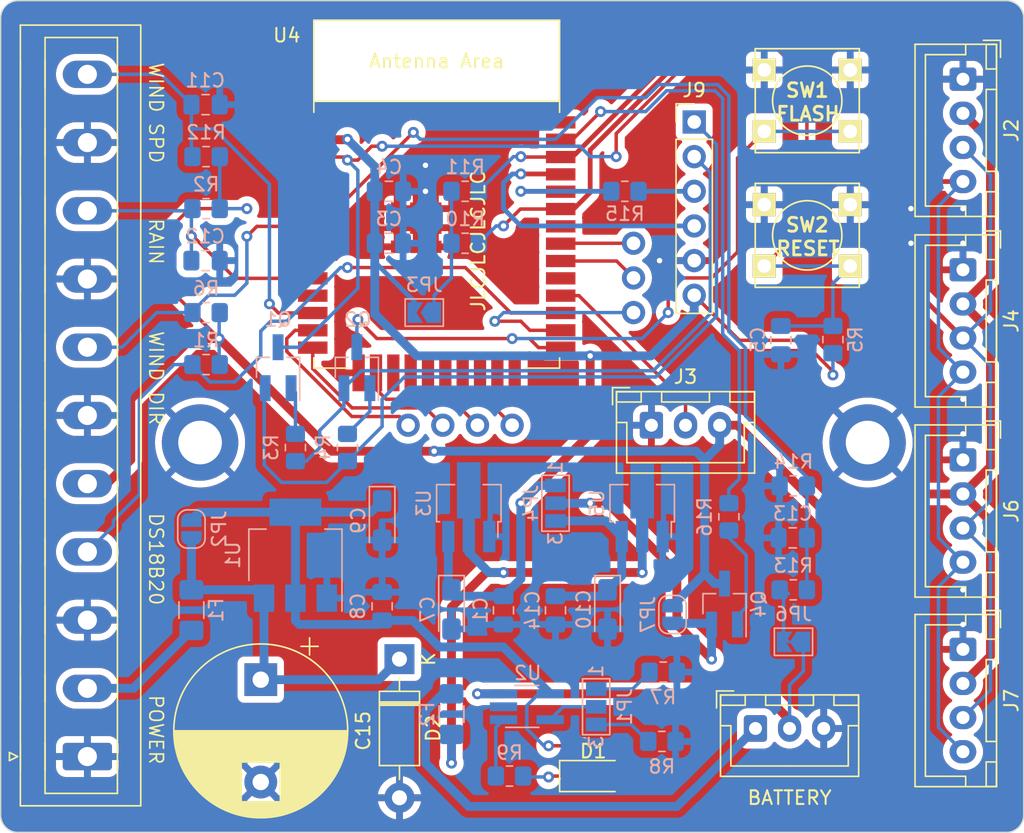
<source format=kicad_pcb>
(kicad_pcb (version 20221018) (generator pcbnew)
  (title_block (title "WeatherStation_V2") (date "2023-11-09") (rev "2.0") (company "Filada") (comment 1 "ESP32 Weather Station"))
  (layers (0 "F.Cu" signal) (31 "B.Cu" signal) (34 "B.Paste" user) (35 "F.Paste" user) (36 "B.SilkS" user "B.Silkscreen") (37 "F.SilkS" user "F.Silkscreen") (38 "B.Mask" user) (39 "F.Mask" user) (44 "Edge.Cuts" user))
  (net 0 "")
  (net 1 "+BATT")
  (net 2 "GND")
  (net 3 "+3.3V")
  (net 4 "/EN")
  (net 5 "Net-(D1-A)")
  (net 6 "VCC")
  (net 7 "/WIND_SPEED")
  (net 8 "/RAIN")
  (net 9 "/IO34")
  (net 10 "Net-(JP4-B)")
  (net 11 "Net-(D1-K)")
  (net 12 "Net-(J1-Pin_2)")
  (net 13 "/DS_DATA")
  (net 14 "/SDA")
  (net 15 "/SCL")
  (net 16 "/IO18")
  (net 17 "/IO19")
  (net 18 "/IO26")
  (net 19 "/IO32")
  (net 20 "/IO33")
  (net 21 "/DHT_DATA")
  (net 22 "/RTS")
  (net 23 "/DTR")
  (net 24 "/RX")
  (net 25 "/TX")
  (net 26 "+3V3")
  (net 27 "/WIND_DIRECTION")
  (net 28 "Net-(JP1-A)")
  (net 29 "Net-(JP1-C)")
  (net 30 "Net-(JP1-B)")
  (net 31 "Net-(JP4-C)")
  (net 32 "Net-(Q1-B)")
  (net 33 "Net-(Q2-B)")
  (net 34 "/IO0")
  (net 35 "Net-(Q4-B)")
  (net 36 "Net-(U2-~{CHRG})")
  (net 37 "Net-(U4-U0RXD{slash}GPIO3)")
  (net 38 "/SENSORS_SW")
  (net 41 "/CLK")
  (net 42 "/SDO")
  (net 43 "/SDI")
  (net 44 "/CS")
  (net 46 "/IO4")
  (net 48 "Net-(U3-VIN)")
  (net 49 "Net-(J10-Pin_1)")
  (net 50 "Net-(JP6-B)")
  (net 51 "Net-(JP3-A)")
  (footprint "Connector_JST:JST_XH_B3B-XH-A_1x03_P2.50mm_Vertical" (layer "F.Cu") (at 132.755 106.68)
    (fp_text reference "J10" hide)
    (fp_text value "BATTERY")
  )
  (footprint "Espressif:ESP32-WROOM-32E_HandSolder" (layer "F.Cu") (at 109.41 69.27)
    (fp_text reference "U4")
    (fp_text value "ESP32-WROOM-E")
  )
  (footprint "Connector_PinHeader_2.54mm:PinHeader_1x03_P2.54mm_Vertical" (layer "F.Cu") (at 123.825 76.2 180)
    (fp_text reference "GPIO1" hide)
    (fp_text value "Conn_01x03_Pin" hide)
  )
  (footprint "Connector_JST:JST_XH_B4B-XH-A_1x04_P2.50mm_Vertical" (layer "F.Cu") (at 147.955 59.095 -90)
    (fp_text reference "J2")
    (fp_text value "I2C")
  )
  (footprint "Connector_JST:JST_XH_B4B-XH-A_1x04_P2.50mm_Vertical" (layer "F.Cu") (at 147.955 73.065 -90)
    (fp_text reference "J4")
    (fp_text value "I2C")
  )
  (footprint "Diode_THT:D_DO-41_SOD81_P10.16mm_Horizontal" (layer "F.Cu") (at 106.68 101.6 -90)
    (fp_text reference "D2")
    (fp_text value "1N4001")
  )
  (footprint "ScrewTerminal_Filada:ScrewTerminal_1x11_P5.00mm_Vertical" (layer "F.Cu") (at 83.82 108.74 90)
    (fp_text reference "J1" hide)
    (fp_text value "Sensors + PWR")
  )
  (footprint "Mlab_SW:SW_PUSH_SMALL" (layer "F.Cu") (at 136.55 70.54)
    (fp_text reference "SW2")
    (fp_text value "RESET")
  )
  (footprint "MountingHole:MountingHole_3.2mm_M3_DIN965_Pad" (layer "F.Cu") (at 140.97 85.725)
    (fp_text reference "H1" hide)
    (fp_text value "MountingHole_Pad")
  )
  (footprint "Connector_JST:JST_XH_B4B-XH-A_1x04_P2.50mm_Vertical" (layer "F.Cu") (at 147.955 86.995 -90)
    (fp_text reference "J6")
    (fp_text value "I2C")
  )
  (footprint "MountingHole:MountingHole_3.2mm_M3_DIN965_Pad" (layer "F.Cu") (at 92.075 85.725)
    (fp_text reference "H2" hide)
    (fp_text value "MountingHole_Pad")
  )
  (footprint "Connector_JST:JST_XH_B3B-XH-A_1x03_P2.50mm_Vertical" (layer "F.Cu") (at 125.135 84.455)
    (fp_text reference "J3")
    (fp_text value "DHT")
  )
  (footprint "Connector_PinHeader_2.54mm:PinHeader_1x06_P2.54mm_Vertical" (layer "F.Cu") (at 128.27 62.23)
    (fp_text reference "J9")
    (fp_text value "PROG")
  )
  (footprint "LED_SMD:LED_1206_3216Metric_Pad1.42x1.75mm_HandSolder" (layer "F.Cu") (at 120.8725 110.17)
    (fp_text reference "D1")
    (fp_text value "CHARGING")
  )
  (footprint "Mlab_SW:SW_PUSH_SMALL" (layer "F.Cu") (at 136.55 60.67)
    (fp_text reference "SW1")
    (fp_text value "FLASH")
  )
  (footprint "Capacitor_THT:CP_Radial_D12.5mm_P7.50mm" (layer "F.Cu") (at 96.52 103.106041 -90)
    (fp_text reference "C15")
    (fp_text value "470uF")
  )
  (footprint "Connector_PinHeader_2.54mm:PinHeader_1x04_P2.54mm_Vertical" (layer "F.Cu") (at 114.935 84.455 -90)
    (fp_text reference "J5" hide)
    (fp_text value "GPIO2" hide)
  )
  (footprint "Connector_JST:JST_XH_B4B-XH-A_1x04_P2.50mm_Vertical" (layer "F.Cu") (at 147.955 100.885 -90)
    (fp_text reference "J7")
    (fp_text value "I2C")
  )
  (footprint "Resistor_SMD:R_0805_2012Metric_Pad1.20x1.40mm_HandSolder" (layer "B.Cu") (at 102.87 86.09 -90)
    (fp_text reference "R4")
    (fp_text value "10K")
  )
  (footprint "Resistor_SMD:R_0805_2012Metric_Pad1.20x1.40mm_HandSolder" (layer "B.Cu") (at 126 102.55)
    (fp_text reference "R7")
    (fp_text value "3K3")
  )
  (footprint "Capacitor_SMD:C_0805_2012Metric_Pad1.18x1.45mm_HandSolder" (layer "B.Cu") (at 92.4775 72.39)
    (fp_text reference "C12")
    (fp_text value "10pF")
  )
  (footprint "Resistor_SMD:R_0805_2012Metric_Pad1.20x1.40mm_HandSolder" (layer "B.Cu") (at 135.525 96.52)
    (fp_text reference "R13")
    (fp_text value "33K")
  )
  (footprint "Capacitor_Tantalum_SMD:CP_EIA-3216-18_Kemet-A_Pad1.58x1.35mm_HandSolder" (layer "B.Cu") (at 121.92 97.9575 -90)
    (fp_text reference "C10")
    (fp_text value "47uF")
  )
  (footprint "Package_TO_SOT_SMD:SOT-23_Handsoldering" (layer "B.Cu") (at 103.56 80.24 90)
    (fp_text reference "Q2")
    (fp_text value "BC817")
  )
  (footprint "Resistor_SMD:R_0805_2012Metric_Pad1.20x1.40mm_HandSolder" (layer "B.Cu") (at 138.43 78.18 90)
    (fp_text reference "R5")
    (fp_text value "10K")
  )
  (footprint "Package_TO_SOT_SMD:SOT-89-3_Handsoldering" (layer "B.Cu") (at 124.46 90.17 90)
    (fp_text reference "U5")
    (fp_text value "HT7833-SOT89")
  )
  (footprint "Capacitor_SMD:C_0805_2012Metric_Pad1.18x1.45mm_HandSolder" (layer "B.Cu") (at 118.11 98.0225 -90)
    (fp_text reference "C14")
    (fp_text value "100nF")
  )
  (footprint "Resistor_SMD:R_0805_2012Metric_Pad1.20x1.40mm_HandSolder" (layer "B.Cu") (at 114.74 110.17 180)
    (fp_text reference "R9")
    (fp_text value "1K")
  )
  (footprint "Resistor_SMD:R_0805_2012Metric_Pad1.20x1.40mm_HandSolder" (layer "B.Cu") (at 99.06 86.09 -90)
    (fp_text reference "R3")
    (fp_text value "10K")
  )
  (footprint "Package_TO_SOT_SMD:SOT-89-3_Handsoldering" (layer "B.Cu") (at 111.76 90.17 90)
    (fp_text reference "U3")
    (fp_text value "HT7833-SOT89")
  )
  (footprint "Capacitor_SMD:C_0805_2012Metric_Pad1.18x1.45mm_HandSolder" (layer "B.Cu") (at 135.4875 92.71 180)
    (fp_text reference "C13")
    (fp_text value "100nF")
  )
  (footprint "Package_TO_SOT_SMD:TSOT-23-5_HandSoldering" (layer "B.Cu") (at 116.01 105.09)
    (fp_text reference "U2")
    (fp_text value "TP4054")
  )
  (footprint "Resistor_SMD:R_0805_2012Metric_Pad1.20x1.40mm_HandSolder" (layer "B.Cu") (at 123.19 67.31)
    (fp_text reference "R15")
    (fp_text value "470R")
  )
  (footprint "Capacitor_SMD:C_0805_2012Metric_Pad1.18x1.45mm_HandSolder" (layer "B.Cu") (at 92.4775 60.96)
    (fp_text reference "C11")
    (fp_text value "10pF")
  )
  (footprint "Capacitor_SMD:C_0805_2012Metric_Pad1.18x1.45mm_HandSolder" (layer "B.Cu") (at 105.9075 67.31)
    (fp_text reference "C4")
    (fp_text value "22uF")
  )
  (footprint "Jumper:SolderJumper-3_P1.3mm_Open_Pad1.0x1.5mm_NumberLabels" (layer "B.Cu") (at 118.11 90.17 -90)
    (fp_text reference "JP4")
    (fp_text value "PWR_SELECT")
  )
  (footprint "Jumper:SolderJumper-3_P1.3mm_Open_Pad1.0x1.5mm_NumberLabels" (layer "B.Cu") (at 121.09 105.09 -90)
    (fp_text reference "JP1")
    (fp_text value "CH_CURRENT")
  )
  (footprint "Fuse:Fuse_1206_3216Metric_Pad1.42x1.75mm_HandSolder" (layer "B.Cu") (at 110.49 105.6275 -90)
    (fp_text reference "F2")
    (fp_text value "0,5A")
  )
  (footprint "Capacitor_SMD:C_0805_2012Metric_Pad1.18x1.45mm_HandSolder" (layer "B.Cu") (at 114.3 98.0225 -90)
    (fp_text reference "C1")
    (fp_text value "100nF")
  )
  (footprint "Resistor_SMD:R_0805_2012Metric_Pad1.20x1.40mm_HandSolder" (layer "B.Cu") (at 135.525 88.9 180)
    (fp_text reference "R14")
    (fp_text value "100K")
  )
  (footprint "Jumper:SolderJumper-2_P1.3mm_Open_RoundedPad1.0x1.5mm" (layer "B.Cu") (at 126.68 98.33 -90)
    (fp_text reference "JP7")
    (fp_text value "6V SOLAR")
  )
  (footprint "Resistor_SMD:R_0805_2012Metric_Pad1.20x1.40mm_HandSolder" (layer "B.Cu") (at 125.9 107.63)
    (fp_text reference "R8")
    (fp_text value "1K65")
  )
  (footprint "Jumper:SolderJumper-2_P1.3mm_Open_TrianglePad1.0x1.5mm" (layer "B.Cu") (at 108.495 76.2 180)
    (fp_text reference "JP3")
    (fp_text value "I2C_PULLUPS")
  )
  (footprint "Resistor_SMD:R_0805_2012Metric_Pad1.20x1.40mm_HandSolder" (layer "B.Cu") (at 92.515 76.2 180)
    (fp_text reference "R6")
    (fp_text value "10K")
  )
  (footprint "Resistor_SMD:R_0805_2012Metric_Pad1.20x1.40mm_HandSolder" (layer "B.Cu") (at 92.515 68.58 180)
    (fp_text reference "R2")
    (fp_text value "1K")
  )
  (footprint "Capacitor_Tantalum_SMD:CP_EIA-3216-18_Kemet-A_Pad1.58x1.35mm_HandSolder" (layer "B.Cu") (at 110.49 97.9575 -90)
    (fp_text reference "C7")
    (fp_text value "47uF")
  )
  (footprint "Resistor_SMD:R_0805_2012Metric_Pad1.20x1.40mm_HandSolder" (layer "B.Cu") (at 111.49 67.31)
    (fp_text reference "R11")
    (fp_text value "10K")
  )
  (footprint "Capacitor_SMD:C_0805_2012Metric_Pad1.18x1.45mm_HandSolder" (layer "B.Cu") (at 105.41 97.725 90)
    (fp_text reference "C8")
    (fp_text value "100nF")
  )
  (footprint "Resistor_SMD:R_0805_2012Metric_Pad1.20x1.40mm_HandSolder" (layer "B.Cu") (at 92.515 64.77 180)
    (fp_text reference "R12")
    (fp_text value "1K")
  )
  (footprint "Resistor_SMD:R_0805_2012Metric_Pad1.20x1.40mm_HandSolder" (layer "B.Cu") (at 111.49 71.12)
    (fp_text reference "R10")
    (fp_text value "10K")
  )
  (footprint "Fuse:Fuse_1206_3216Metric_Pad1.42x1.75mm_HandSolder" (layer "B.Cu") (at 91.44 98.0075 90)
    (fp_text reference "F1")
    (fp_text value "0,5A")
  )
  (footprint "Resistor_SMD:R_0805_2012Metric_Pad1.20x1.40mm_HandSolder" (layer "B.Cu") (at 130.81 91.17 -90)
    (fp_text reference "R16")
    (fp_text value "1K")
  )
  (footprint "Jumper:SolderJumper-2_P1.3mm_Open_TrianglePad1.0x1.5mm" (layer "B.Cu") (at 135.540118 100.33 180)
    (fp_text reference "JP6")
    (fp_text value "ADC-BAT")
  )
  (footprint "Capacitor_Tantalum_SMD:CP_EIA-3216-18_Kemet-A_Pad1.58x1.35mm_HandSolder" (layer "B.Cu") (at 105.41 91.44 -90)
    (fp_text reference "C9")
    (fp_text value "47uF")
  )
  (footprint "Package_TO_SOT_SMD:SOT-223-3_TabPin2" (layer "B.Cu") (at 99.06 93.98 90)
    (fp_text reference "U1")
    (fp_text value "AMS1117-5.0")
  )
  (footprint "Package_TO_SOT_SMD:SOT-23_Handsoldering" (layer "B.Cu") (at 130.49 97.56 90)
    (fp_text reference "Q4")
    (fp_text value "BC807")
  )
  (footprint "Resistor_SMD:R_0805_2012Metric_Pad1.20x1.40mm_HandSolder" (layer "B.Cu") (at 92.515 80.01 180)
    (fp_text reference "R1")
    (fp_text value "4K7")
  )
  (footprint "Jumper:SolderJumper-2_P1.3mm_Open_RoundedPad1.0x1.5mm" (layer "B.Cu") (at 91.44 92.06 90)
    (fp_text reference "JP2")
    (fp_text value "6V SOLAR")
  )
  (footprint "Capacitor_SMD:C_0805_2012Metric_Pad1.18x1.45mm_HandSolder" (layer "B.Cu") (at 105.9075 71.12)
    (fp_text reference "C3")
    (fp_text value "100nF")
  )
  (footprint "Package_TO_SOT_SMD:SOT-23_Handsoldering" (layer "B.Cu") (at 97.79 80.24 90)
    (fp_text reference "Q1")
    (fp_text value "BC817")
  )
  (footprint "Capacitor_SMD:C_0805_2012Metric_Pad1.18x1.45mm_HandSolder" (layer "B.Cu") (at 134.62 78.2175 -90)
    (fp_text reference "C5")
    (fp_text value "100nF")
  )
  (gr_arc (start 78.74 114.3) (mid 77.841974 113.928026) (end 77.47 113.03) (stroke (width 0.1)) (layer "Edge.Cuts"))
  (gr_line (start 78.74 114.3) (end 151.13 114.3) (stroke (width 0.1)) (layer "Edge.Cuts"))
  (gr_arc (start 152.4 113.03) (mid 152.028026 113.928026) (end 151.13 114.3) (stroke (width 0.1)) (layer "Edge.Cuts"))
  (gr_arc (start 77.47 54.61) (mid 77.841974 53.711974) (end 78.74 53.34) (stroke (width 0.1)) (layer "Edge.Cuts"))
  (gr_line (start 151.13 53.34) (end 78.74 53.34) (stroke (width 0.1)) (layer "Edge.Cuts"))
  (gr_line (start 77.47 54.61) (end 77.47 113.03) (stroke (width 0.1)) (layer "Edge.Cuts"))
  (gr_line (start 152.4 113.03) (end 152.4 54.61) (stroke (width 0.1)) (layer "Edge.Cuts"))
  (gr_arc (start 151.13 53.34) (mid 152.028026 53.711974) (end 152.4 54.61) (stroke (width 0.1)) (layer "Edge.Cuts"))
  (gr_text "DS18B20" (at 88.265 90.805 -90) (layer "F.SilkS") (effects (font (size 1 1) (thickness 0.125)) (justify left bottom)))
  (gr_text "JLCJLCJLCJLC" (at 113.03 76.2 90) (layer "F.SilkS") (effects (font (size 1 1)) (justify left bottom)))
  (gr_text "POWER" (at 88.265 104.14 -90) (layer "F.SilkS") (effects (font (size 1 1) (thickness 0.125)) (justify left bottom)))
  (gr_text "BATTERY" (at 135.255 111.76) (layer "F.SilkS") (effects (font (size 1 1))))
  (gr_text "WIND DIR" (at 88.265 77.47 -90) (layer "F.SilkS") (effects (font (size 1 1) (thickness 0.125)) (justify left bottom)))
  (gr_text "WIND SPD" (at 88.265 57.785 -90) (layer "F.SilkS") (effects (font (size 1 1) (thickness 0.125)) (justify left bottom)))
  (gr_text "RAIN" (at 88.265 69.215 -90) (layer "F.SilkS") (effects (font (size 1 1) (thickness 0.125)) (justify left bottom)))
  (segment (start 133.35 104.14) (end 135.255 106.045) (width 0.65) (layer "F.Cu") (net 1))
  (segment (start 112.395 104.14) (end 133.35 104.14) (width 0.65) (layer "F.Cu") (net 1))
  (segment (start 135.255 106.045) (end 135.255 106.68) (width 0.65) (layer "F.Cu") (net 1))
  (via (at 112.395 104.14) (size 0.8) (drill 0.4) (layers "F.Cu" "B.Cu") (net 1))
  (segment (start 136.265118 102.494882) (end 136.265118 100.33) (width 0.254) (layer "B.Cu") (net 1))
  (segment (start 135.255 103.505) (end 135.255 106.68) (width 0.254) (layer "B.Cu") (net 1))
  (segment (start 135.255 103.505) (end 136.265118 102.494882) (width 0.254) (layer "B.Cu") (net 1))
  (segment (start 114.3 104.14) (end 112.395 104.14) (width 0.65) (layer "B.Cu") (net 1))
  (via (at 147.955 96.52) (size 0.8) (drill 0.4) (layers "F.Cu" "B.Cu") (net 2))
  (via (at 147.955 82.55) (size 0.8) (drill 0.4) (layers "F.Cu" "B.Cu") (net 2))
  (via (at 144.145 71.12) (size 0.8) (drill 0.4) (layers "F.Cu" "B.Cu") (net 2))
  (via (at 125.73 72.39) (size 0.8) (drill 0.4) (layers "F.Cu" "B.Cu") (net 2))
  (via (at 147.955 85.09) (size 0.8) (drill 0.4) (layers "F.Cu" "B.Cu") (net 2))
  (via (at 147.955 71.12) (size 0.8) (drill 0.4) (layers "F.Cu" "B.Cu") (net 2))
  (via (at 144.145 68.58) (size 0.8) (drill 0.4) (layers "F.Cu" "B.Cu") (net 2))
  (via (at 108.585 67.31) (size 0.8) (drill 0.4) (layers "F.Cu" "B.Cu") (net 2))
  (via (at 108.585 65.405) (size 0.8) (drill 0.4) (layers "F.Cu" "B.Cu") (net 2))
  (via (at 147.955 99.06) (size 0.8) (drill 0.4) (layers "F.Cu" "B.Cu") (net 2))
  (via (at 147.955 68.58) (size 0.8) (drill 0.4) (layers "F.Cu" "B.Cu") (net 2))
  (segment (start 134.799882 88.975) (end 134.874882 88.9) (width 0.254) (layer "B.Cu") (net 2))
  (segment (start 138.43 80.772) (end 138.43 80.518) (width 0.254) (layer "F.Cu") (net 3))
  (segment (start 120.65 85.09) (end 120.65 79.375) (width 0.65) (layer "F.Cu") (net 3))
  (segment (start 102.84 63.53) (end 102.87 63.5) (width 0.254) (layer "F.Cu") (net 3))
  (segment (start 136.144 78.232) (end 131.572 78.232) (width 0.254) (layer "F.Cu") (net 3))
  (segment (start 138.43 80.518) (end 136.144 78.232) (width 0.254) (layer "F.Cu") (net 3))
  (segment (start 131.572 78.232) (end 128.27 74.93) (width 0.254) (layer "F.Cu") (net 3))
  (segment (start 115.57 90.17) (end 120.65 85.09) (width 0.65) (layer "F.Cu") (net 3))
  (segment (start 100.33 63.53) (end 102.84 63.53) (width 0.65) (layer "F.Cu") (net 3))
  (via (at 102.87 63.5) (size 0.8) (drill 0.4) (layers "F.Cu" "B.Cu") (net 3))
  (via (at 120.65 79.375) (size 0.8) (drill 0.4) (layers "F.Cu" "B.Cu") (net 3))
  (via (at 115.57 90.17) (size 0.8) (drill 0.4) (layers "F.Cu" "B.Cu") (net 3))
  (via (at 138.43 80.772) (size 0.8) (drill 0.4) (layers "F.Cu" "B.Cu") (net 3))
  (segment (start 115.57 95.715) (end 114.3 96.985) (width 0.65) (layer "B.Cu") (net 3))
  (segment (start 104.87 67.31) (end 104.87 65.5) (width 0.65) (layer "B.Cu") (net 3))
  (segment (start 107.95 79.375) (end 120.65 79.375) (width 0.65) (layer "B.Cu") (net 3))
  (segment (start 115.57 90.29) (end 115.57 90.29) (width 0.65) (layer "B.Cu") (net 3))
  (segment (start 104.87 67.31) (end 104.87 71.12) (width 0.65) (layer "B.Cu") (net 3))
  (segment (start 110.26 92.62) (end 110.26 96.29) (width 0.65) (layer "B.Cu") (net 3))
  (segment (start 125.095 79.375) (end 128.27 76.2) (width 0.65) (layer "B.Cu") (net 3))
  (segment (start 107.77 76.2) (end 107.77 75.385) (width 0.35) (layer "B.Cu") (net 3))
  (segment (start 128.27 76.2) (end 128.27 74.93) (width 0.65) (layer "B.Cu") (net 3))
  (segment (start 114.3 96.985) (end 110.955 96.985) (width 0.65) (layer "B.Cu") (net 3))
  (segment (start 110.26 96.29) (end 110.49 96.52) (width 0.65) (layer "B.Cu") (net 3))
  (segment (start 115.57 90.29) (end 115.57 95.715) (width 0.65) (layer "B.Cu") (net 3))
  (segment (start 118.11 88.87) (end 116.87 88.87) (width 0.65) (layer "B.Cu") (net 3))
  (segment (start 104.87 76.295) (end 107.95 79.375) (width 0.65) (layer "B.Cu") (net 3))
  (segment (start 107.77 75.385) (end 104.87 72.485) (width 0.35) (layer "B.Cu") (net 3))
  (segment (start 138.43 79.18) (end 138.43 80.772) (width 0.254) (layer "B.Cu") (net 3))
  (segment (start 120.65 79.375) (end 125.095 79.375) (width 0.65) (layer "B.Cu") (net 3))
  (segment (start 116.87 88.87) (end 115.57 90.17) (width 0.65) (layer "B.Cu") (net 3))
  (segment (start 115.57 90.17) (end 115.57 90.29) (width 0.65) (layer "B.Cu") (net 3))
  (segment (start 104.87 65.5) (end 102.87 63.5) (width 0.65) (layer "B.Cu") (net 3))
  (segment (start 110.955 96.985) (end 110.49 96.52) (width 0.65) (layer "B.Cu") (net 3))
  (segment (start 104.87 72.485) (end 104.87 71.12) (width 0.35) (layer "B.Cu") (net 3))
  (segment (start 104.87 71.12) (end 104.87 76.295) (width 0.65) (layer "B.Cu") (net 3))
  (segment (start 104.648 64.008) (end 103.632 65.024) (width 0.254) (layer "F.Cu") (net 4))
  (segment (start 128.705754 56.932) (end 122.555 63.082754) (width 0.254) (layer "F.Cu") (net 4))
  (segment (start 133.4 72.79) (end 136.525 69.665) (width 0.254) (layer "F.Cu") (net 4))
  (segment (start 102.646 64.8) (end 100.33 64.8) (width 0.254) (layer "F.Cu") (net 4))
  (segment (start 122.555 63.082754) (end 122.555 64.77) (width 0.254) (layer "F.Cu") (net 4))
  (segment (start 136.525 59.055) (end 134.402 56.932) (width 0.254) (layer "F.Cu") (net 4))
  (segment (start 134.402 56.932) (end 128.705754 56.932) (width 0.254) (layer "F.Cu") (net 4))
  (segment (start 103.632 65.024) (end 102.87 65.024) (width 0.254) (layer "F.Cu") (net 4))
  (segment (start 136.525 69.665) (end 136.525 59.055) (width 0.254) (layer "F.Cu") (net 4))
  (segment (start 102.87 65.024) (end 102.646 64.8) (width 0.254) (layer "F.Cu") (net 4))
  (segment (start 105.41 64.008) (end 104.648 64.008) (width 0.254) (layer "F.Cu") (net 4))
  (via (at 102.87 65.024) (size 0.8) (drill 0.4) (layers "F.Cu" "B.Cu") (net 4))
  (via (at 122.555 64.77) (size 0.8) (drill 0.4) (layers "F.Cu" "B.Cu") (net 4))
  (via (at 105.41 64.008) (size 0.8) (drill 0.4) (layers "F.Cu" "B.Cu") (net 4))
  (segment (start 122.555 64.77) (end 120.65 64.77) (width 0.254) (layer "B.Cu") (net 4))
  (segment (start 138.43 77.18) (end 134.62 77.18) (width 0.254) (layer "B.Cu") (net 4))
  (segment (start 105.41 64.008) (end 105.416067 64.008) (width 0.254) (layer "B.Cu") (net 4))
  (segment (start 138.43 74.06) (end 139.7 72.79) (width 0.254) (layer "B.Cu") (net 4))
  (segment (start 119.888 64.008) (end 105.41 64.008) (width 0.254) (layer "B.Cu") (net 4))
  (segment (start 138.43 77.18) (end 138.43 74.06) (width 0.254) (layer "B.Cu") (net 4))
  (segment (start 103.632 65.786) (end 102.87 65.024) (width 0.254) (layer "B.Cu") (net 4))
  (segment (start 103.632 74.422) (end 103.632 65.786) (width 0.254) (layer "B.Cu") (net 4))
  (segment (start 120.65 64.77) (end 119.888 64.008) (width 0.254) (layer "B.Cu") (net 4))
  (segment (start 133.4 72.79) (end 139.7 72.79) (width 0.254) (layer "B.Cu") (net 4))
  (segment (start 97.79 78.74) (end 99.314 78.74) (width 0.254) (layer "B.Cu") (net 4))
  (segment (start 99.314 78.74) (end 103.632 74.422) (width 0.254) (layer "B.Cu") (net 4))
  (segment (start 117.602 107.95) (end 120.14 107.95) (width 0.254) (layer "F.Cu") (net 5))
  (segment (start 120.14 107.95) (end 122.36 110.17) (width 0.254) (layer "F.Cu") (net 5))
  (via (at 117.602 107.95) (size 0.8) (drill 0.4) (layers "F.Cu" "B.Cu") (net 5))
  (segment (start 99.34 99.06) (end 105.1125 99.06) (width 0.65) (layer "B.Cu") (net 5))
  (segment (start 117.255 107.95) (end 116.01 106.705) (width 0.254) (layer "B.Cu") (net 5))
  (segment (start 99.06 90.83) (end 92.02 90.83) (width 0.65) (layer "B.Cu") (net 5))
  (segment (start 109.5975 100.7075) (end 107.6525 98.7625) (width 0.65) (layer "B.Cu") (net 5))
  (segment (start 92.02 90.83) (end 91.44 91.41) (width 0.65) (layer "B.Cu") (net 5))
  (segment (start 117.72 104.14) (end 116.96 104.14) (width 0.254) (layer "B.Cu") (net 5))
  (segment (start 104.5825 90.83) (end 105.41 90.0025) (width 0.65) (layer "B.Cu") (net 5))
  (segment (start 98.37 90.14) (end 99.06 90.83) (width 0.65) (layer "B.Cu") (net 5))
  (segment (start 117.72 104.14) (end 114.2875 100.7075) (width 0.65) (layer "B.Cu") (net 5))
  (segment (start 99.06 90.83) (end 104.5825 90.83) (width 0.65) (layer "B.Cu") (net 5))
  (segment (start 116.01 106.705) (end 116.01 105.005) (width 0.254) (layer "B.Cu") (net 5))
  (segment (start 99.06 97.13) (end 99.06 98.78) (width 0.65) (layer "B.Cu") (net 5))
  (segment (start 107.6525 98.7625) (end 105.41 98.7625) (width 0.65) (layer "B.Cu") (net 5))
  (segment (start 99.06 97.13) (end 99.06 90.83) (width 0.65) (layer "B.Cu") (net 5))
  (segment (start 105.1125 99.06) (end 105.41 98.7625) (width 0.65) (layer "B.Cu") (net 5))
  (segment (start 99.06 98.78) (end 99.34 99.06) (width 0.65) (layer "B.Cu") (net 5))
  (segment (start 114.2875 100.7075) (end 109.5975 100.7075) (width 0.65) (layer "B.Cu") (net 5))
  (segment (start 117.602 107.95) (end 117.255 107.95) (width 0.254) (layer "B.Cu") (net 5))
  (segment (start 116.01 105.005) (end 116.875 104.14) (width 0.254) (layer "B.Cu") (net 5))
  (segment (start 116.875 104.14) (end 117.72 104.14) (width 0.254) (layer "B.Cu") (net 5))
  (segment (start 91.44 96.52) (end 91.44 92.71) (width 0.65) (layer "B.Cu") (net 6))
  (segment (start 105.173959 103.106041) (end 106.68 101.6) (width 0.65) (layer "B.Cu") (net 6))
  (segment (start 96.52 103.106041) (end 105.173959 103.106041) (width 0.65) (layer "B.Cu") (net 6))
  (segment (start 96.76 102.866041) (end 96.52 103.106041) (width 0.65) (layer "B.Cu") (net 6))
  (segment (start 91.44 96.52) (end 96.15 96.52) (width 0.65) (layer "B.Cu") (net 6))
  (segment (start 96.76 97.13) (end 96.76 102.866041) (width 0.65) (layer "B.Cu") (net 6))
  (segment (start 96.15 96.52) (end 96.76 97.13) (width 0.65) (layer "B.Cu") (net 6))
  (segment (start 97.155 75.565) (end 97.82 76.23) (width 0.254) (layer "F.Cu") (net 7))
  (segment (start 97.82 76.23) (end 100.33 76.23) (width 0.254) (layer "F.Cu") (net 7))
  (via (at 97.155 75.565) (size 0.8) (drill 0.4) (layers "F.Cu" "B.Cu") (net 7))
  (segment (start 91.44 60.96) (end 91.44 62.738) (width 0.254) (layer "B.Cu") (net 7))
  (segment (start 97.155 75.565) (end 97.155 66.787072) (width 0.254) (layer "B.Cu") (net 7))
  (segment (start 89.22 58.74) (end 91.44 60.96) (width 0.254) (layer "B.Cu") (net 7))
  (segment (start 93.105928 62.738) (end 91.44 62.738) (width 0.254) (layer "B.Cu") (net 7))
  (segment (start 91.44 64.695) (end 91.515 64.77) (width 0.254) (layer "B.Cu") (net 7))
  (segment (start 91.44 62.738) (end 91.44 64.695) (width 0.254) (layer "B.Cu") (net 7))
  (segment (start 97.155 66.787072) (end 93.105928 62.738) (width 0.254) (layer "B.Cu") (net 7))
  (segment (start 83.82 58.74) (end 89.22 58.74) (width 0.254) (layer "B.Cu") (net 7))
  (segment (start 91.567 70.612) (end 94.645 73.69) (width 0.254) (layer "F.Cu") (net 8))
  (segment (start 91.44 70.612) (end 91.567 70.612) (width 0.254) (layer "F.Cu") (net 8))
  (segment (start 94.645 73.69) (end 100.33 73.69) (width 0.254) (layer "F.Cu") (net 8))
  (via (at 91.44 70.612) (size 0.8) (drill 0.4) (layers "F.Cu" "B.Cu") (net 8))
  (segment (start 91.44 72.39) (end 91.44 70.612) (width 0.254) (layer "B.Cu") (net 8))
  (segment (start 91.355 68.74) (end 91.515 68.58) (width 0.254) (layer "B.Cu") (net 8))
  (segment (start 91.44 70.612) (end 91.44 68.655) (width 0.254) (layer "B.Cu") (net 8))
  (segment (start 83.82 68.74) (end 91.355 68.74) (width 0.254) (layer "B.Cu") (net 8))
  (segment (start 91.44 68.655) (end 91.515 68.58) (width 0.254) (layer "B.Cu") (net 8))
  (segment (start 102.078 68.61) (end 100.33 68.61) (width 0.254) (layer "F.Cu") (net 9))
  (segment (start 107.696 62.992) (end 102.078 68.61) (width 0.254) (layer "F.Cu") (net 9))
  (via (at 107.696 62.992) (size 0.8) (drill 0.4) (layers "F.Cu" "B.Cu") (net 9))
  (segment (start 130.809 60.316947) (end 129.982052 59.49) (width 0.254) (layer "B.Cu") (net 9))
  (segment (start 136.874882 88.9) (end 136.874882 88.614882) (width 0.254) (layer "B.Cu") (net 9))
  (segment (start 118.11 63.5) (end 108.204 63.5) (width 0.254) (layer "B.Cu") (net 9))
  (segment (start 136.525 88.9) (end 136.525 88.265) (width 0.254) (layer "B.Cu") (net 9))
  (segment (start 129.982052 59.49) (end 125.676 59.49) (width 0.254) (layer "B.Cu") (net 9))
  (segment (start 121.158 60.452) (end 118.11 63.5) (width 0.254) (layer "B.Cu") (net 9))
  (segment (start 124.714 60.452) (end 121.158 60.452) (width 0.254) (layer "B.Cu") (net 9))
  (segment (start 130.809 77.588948) (end 130.809 60.316947) (width 0.254) (layer "B.Cu") (net 9))
  (segment (start 136.525 88.265) (end 132.026 83.766) (width 0.254) (layer "B.Cu") (net 9))
  (segment (start 132.026 83.766) (end 132.026 78.805947) (width 0.254) (layer "B.Cu") (net 9))
  (segment (start 136.525 88.9) (end 136.525 96.52) (width 0.254) (layer "B.Cu") (net 9))
  (segment (start 125.676 59.49) (end 124.714 60.452) (width 0.254) (layer "B.Cu") (net 9))
  (segment (start 108.204 63.5) (end 107.696 62.992) (width 0.254) (layer "B.Cu") (net 9))
  (segment (start 132.026 78.805947) (end 130.809 77.588948) (width 0.254) (layer "B.Cu") (net 9))
  (segment (start 118.11 91.47) (end 121.81 91.47) (width 0.65) (layer "B.Cu") (net 10))
  (segment (start 122.96 95.48) (end 121.92 96.52) (width 0.65) (layer "B.Cu") (net 10))
  (segment (start 121.455 96.985) (end 121.92 96.52) (width 0.65) (layer "B.Cu") (net 10))
  (segment (start 118.11 96.985) (end 121.455 96.985) (width 0.65) (layer "B.Cu") (net 10))
  (segment (start 121.81 91.47) (end 122.96 92.62) (width 0.65) (layer "B.Cu") (net 10))
  (segment (start 122.96 92.62) (end 122.96 95.48) (width 0.65) (layer "B.Cu") (net 10))
  (segment (start 117.668 110.17) (end 119.385 110.17) (width 0.254) (layer "F.Cu") (net 11))
  (segment (start 117.602 110.236) (end 117.668 110.17) (width 0.254) (layer "F.Cu") (net 11))
  (via (at 117.602 110.236) (size 0.8) (drill 0.4) (layers "F.Cu" "B.Cu") (net 11))
  (segment (start 115.806 110.236) (end 115.74 110.17) (width 0.254) (layer "B.Cu") (net 11))
  (segment (start 117.602 110.236) (end 115.806 110.236) (width 0.254) (layer "B.Cu") (net 11))
  (segment (start 83.82 103.74) (end 87.195 103.74) (width 0.65) (layer "B.Cu") (net 12))
  (segment (start 87.195 103.74) (end 91.44 99.495) (width 0.65) (layer "B.Cu") (net 12))
  (segment (start 111.506 72.898) (end 114.838 76.23) (width 0.254) (layer "F.Cu") (net 13))
  (segment (start 114.838 76.23) (end 118.49 76.23) (width 0.254) (layer "F.Cu") (net 13))
  (segment (start 102.87 72.898) (end 111.506 72.898) (width 0.254) (layer "F.Cu") (net 13))
  (segment (start 102.7785 72.898) (end 102.87 72.898) (width 0.254) (layer "F.Cu") (net 13))
  (via (at 102.87 72.898) (size 0.8) (drill 0.4) (layers "F.Cu" "B.Cu") (net 13))
  (segment (start 102.9055 72.898) (end 102.887 72.9165) (width 0.254) (layer "B.Cu") (net 13))
  (segment (start 102.362 72.898) (end 98.425 76.835) (width 0.254) (layer "B.Cu") (net 13))
  (segment (start 90.17 80.01) (end 91.515 80.01) (width 0.254) (layer "B.Cu") (net 13))
  (segment (start 92.785 81.28) (end 91.515 80.01) (width 0.254) (layer "B.Cu") (net 13))
  (segment (start 87.63 89.535) (end 87.63 82.55) (width 0.254) (layer "B.Cu") (net 13))
  (segment (start 97.247 76.835) (end 96.52 77.562) (width 0.254) (layer "B.Cu") (net 13))
  (segment (start 87.63 82.55) (end 90.17 80.01) (width 0.254) (layer "B.Cu") (net 13))
  (segment (start 94.615 81.28) (end 92.785 81.28) (width 0.254) (layer "B.Cu") (net 13))
  (segment (start 96.52 79.375) (end 94.615 81.28) (width 0.254) (layer "B.Cu") (net 13))
  (segment (start 96.52 77.562) (end 96.52 79.375) (width 0.254) (layer "B.Cu") (net 13))
  (segment (start 102.887 72.9165) (end 102.7785 72.9165) (width 0.254) (layer "B.Cu") (net 13))
  (segment (start 85.725 91.835) (end 85.725 91.44) (width 0.254) (layer "B.Cu") (net 13))
  (segment (start 83.82 93.74) (end 85.725 91.835) (width 0.254) (layer "B.Cu") (net 13))
  (segment (start 102.9055 72.898) (end 102.362 72.898) (width 0.254) (layer "B.Cu") (net 13))
  (segment (start 98.425 76.835) (end 97.247 76.835) (width 0.254) (layer "B.Cu") (net 13))
  (segment (start 85.725 91.44) (end 87.63 89.535) (width 0.254) (layer "B.Cu") (net 13))
  (segment (start 120.65 64.277818) (end 128.497818 56.43) (width 0.35) (layer "F.Cu") (net 14))
  (segment (start 142.325 72.435) (end 147.955 78.065) (width 0.35) (layer "F.Cu") (net 14))
  (segment (start 119.44 68.61) (end 120.65 67.4) (width 0.35) (layer "F.Cu") (net 14))
  (segment (start 115.54 68.61) (end 118.49 68.61) (width 0.254) (layer "F.Cu") (net 14))
  (segment (start 118.49 68.61) (end 119.44 68.61) (width 0.35) (layer "F.Cu") (net 14))
  (segment (start 114.3 69.85) (end 115.54 68.61) (width 0.254) (layer "F.Cu") (net 14))
  (segment (start 141.377182 56.43) (end 142.325 57.377818) (width 0.35) (layer "F.Cu") (net 14))
  (segment (start 128.497818 56.43) (end 141.377182 56.43) (width 0.35) (layer "F.Cu") (net 14))
  (segment (start 142.325 57.377818) (end 142.325 72.435) (width 0.35) (layer "F.Cu") (net 14))
  (segment (start 120.65 67.4) (end 120.65 64.277818) (width 0.35) (layer "F.Cu") (net 14))
  (via (at 114.3 69.85) (size 0.8) (drill 0.4) (layers "F.Cu" "B.Cu") (net 14))
  (segment (start 149.97 66.11) (end 147.955 64.095) (width 0.254) (layer "B.Cu") (net 14))
  (segment (start 114.3 69.85) (end 113.76 69.85) (width 0.254) (layer "B.Cu") (net 14))
  (segment (start 149.97 80.08) (end 147.955 78.065) (width 0.254) (layer "B.Cu") (net 14))
  (segment (start 149.97 89.98) (end 149.97 80.08) (width 0.254) (layer "B.Cu") (net 14))
  (segment (start 148.005 91.995) (end 149.97 93.96) (width 0.254) (layer "B.Cu") (net 14))
  (segment (start 149.97 93.96) (end 149.97 103.87) (width 0.254) (layer "B.Cu") (net 14))
  (segment (start 147.955 78.065) (end 149.97 76.05) (width 0.254) (layer "B.Cu") (net 14))
  (segment (start 113.76 69.85) (end 112.49 71.12) (width 0.254) (layer "B.Cu") (net 14))
  (segment (start 147.955 91.995) (end 148.005 91.995) (width 0.254) (layer "B.Cu") (net 14))
  (segment (start 149.97 76.05) (end 149.97 66.11) (width 0.254) (layer "B.Cu") (net 14))
  (segment (start 149.97 103.87) (end 147.955 105.885) (width 0.254) (layer "B.Cu") (net 14))
  (segment (start 147.955 91.995) (end 149.97 89.98) (width 0.254) (layer "B.Cu") (net 14))
  (segment (start 128.27 55.88) (end 141.605 55.88) (width 0.35) (layer "F.Cu") (net 15))
  (segment (start 115.6 64.8) (end 118.49 64.8) (width 0.254) (layer "F.Cu") (net 15))
  (segment (start 115.57 64.77) (end 115.6 64.8) (width 0.254) (layer "F.Cu") (net 15))
  (segment (start 142.875 64.77) (end 144.7 66.595) (width 0.35) (layer "F.Cu") (net 15))
  (segment (start 118.49 64.8) (end 119.35 64.8) (width 0.35) (layer "F.Cu") (net 15))
  (segment (start 144.7 66.595) (end 147.955 66.595) (width 0.35) (layer "F.Cu") (net 15))
  (segment (start 119.35 64.8) (end 128.27 55.88) (width 0.35) (layer "F.Cu") (net 15))
  (segment (start 142.875 57.15) (end 142.875 64.77) (width 0.35) (layer "F.Cu") (net 15))
  (segment (start 141.605 55.88) (end 142.875 57.15) (width 0.35) (layer "F.Cu") (net 15))
  (via (at 115.57 64.77) (size 0.8) (drill 0.4) (layers "F.Cu" "B.Cu") (net 15))
  (segment (start 146.16 78.77) (end 147.955 80.565) (width 0.254) (layer "B.Cu") (net 15))
  (segment (start 147.955 94.495) (end 146.16 96.29) (width 0.254) (layer "B.Cu") (net 15))
  (segment (start 147.955 80.565) (end 146.16 82.36) (width 0.254) (layer "B.Cu") (net 15))
  (segment (start 146.16 106.59) (end 147.955 108.385) (width 0.254) (layer "B.Cu") (net 15))
  (segment (start 146.16 92.7) (end 147.955 94.495) (width 0.254) (layer "B.Cu") (net 15))
  (segment (start 146.16 68.39) (end 146.16 78.77) (width 0.254) (layer "B.Cu") (net 15))
  (segment (start 146.16 82.36) (end 146.16 92.7) (width 0.254) (layer "B.Cu") (net 15))
  (segment (start 147.955 66.595) (end 146.16 68.39) (width 0.254) (layer "B.Cu") (net 15))
  (segment (start 112.49 67.31) (end 115.03 64.77) (width 0.254) (layer "B.Cu") (net 15))
  (segment (start 146.16 96.29) (end 146.16 106.59) (width 0.254) (layer "B.Cu") (net 15))
  (segment (start 115.57 64.77) (end 115.03 64.77) (width 0.254) (layer "B.Cu") (net 15))
  (segment (start 122.585 72.42) (end 118.49 72.42) (width 0.25) (layer "F.Cu") (net 16))
  (segment (start 123.825 73.66) (end 122.585 72.42) (width 0.25) (layer "F.Cu") (net 16))
  (segment (start 118.52 71.12) (end 118.49 71.15) (width 0.25) (layer "F.Cu") (net 17))
  (segment (start 123.825 71.12) (end 118.52 71.12) (width 0.25) (layer "F.Cu") (net 17))
  (segment (start 127.635 82.771) (end 119.824 74.96) (width 0.254) (layer "F.Cu") (net 21))
  (segment (start 119.824 74.96) (end 118.49 74.96) (width 0.254) (layer "F.Cu") (net 21))
  (segment (start 127.635 84.455) (end 127.635 82.771) (width 0.254) (layer "F.Cu") (net 21))
  (segment (start 105.41 82.55) (end 105.41 84.55) (width 0.254) (layer "B.Cu") (net 22))
  (segment (start 98.044 88.646) (end 96.774 87.376) (width 0.254) (layer "B.Cu") (net 22))
  (segment (start 129.901 76.474) (end 125.458 80.917) (width 0.254) (layer "B.Cu") (net 22))
  (segment (start 102.87 87.122) (end 101.346 88.646) (width 0.254) (layer "B.Cu") (net 22))
  (segment (start 125.458 80.917) (end 107.043 80.917) (width 0.254) (layer "B.Cu") (net 22))
  (segment (start 96.774 87.376) (end 96.774 81.806) (width 0.254) (layer "B.Cu") (net 22))
  (segment (start 105.41 84.55) (end 102.87 87.09) (width 0.254) (layer "B.Cu") (net 22))
  (segment (start 101.346 88.646) (end 98.044 88.646) (width 0.254) (layer "B.Cu") (net 22))
  (segment (start 102.87 87.09) (end 102.87 87.122) (width 0.254) (layer "B.Cu") (net 22))
  (segment (start 129.901 63.861) (end 129.901 76.474) (width 0.254) (layer "B.Cu") (net 22))
  (segment (start 107.043 80.917) (end 105.41 82.55) (width 0.254) (layer "B.Cu") (net 22))
  (segment (start 96.774 81.806) (end 96.84 81.74) (width 0.254) (layer "B.Cu") (net 22))
  (segment (start 128.27 62.23) (end 129.901 63.861) (width 0.254) (layer "B.Cu") (net 22))
  (segment (start 103.887 80.463) (end 102.61 81.74) (width 0.254) (layer "B.Cu") (net 23))
  (segment (start 99.06 87.09) (end 99.854 87.09) (width 0.254) (layer "B.Cu") (net 23))
  (segment (start 100.838 84.836) (end 102.61 83.064) (width 0.254) (layer "B.Cu") (net 23))
  (segment (start 129.447 65.947) (end 129.447 76.285948) (width 0.254) (layer "B.Cu") (net 23))
  (segment (start 102.61 83.064) (end 102.61 81.74) (width 0.254) (layer "B.Cu") (net 23))
  (segment (start 129.447 76.285948) (end 125.269948 80.463) (width 0.254) (layer "B.Cu") (net 23))
  (segment (start 99.854 87.09) (end 100.838 86.106) (width 0.254) (layer "B.Cu") (net 23))
  (segment (start 125.269948 80.463) (end 103.887 80.463) (width 0.254) (layer "B.Cu") (net 23))
  (segment (start 128.27 64.77) (end 129.447 65.947) (width 0.254) (layer "B.Cu") (net 23))
  (segment (start 100.838 86.106) (end 100.838 84.836) (width 0.254) (layer "B.Cu") (net 23))
  (segment (start 124.19 67.31) (end 128.27 67.31) (width 0.35) (layer "B.Cu") (net 24))
  (segment (start 115.57 66.04) (end 118.46 66.04) (width 0.35) (layer "F.Cu") (net 25))
  (segment (start 118.46 66.04) (end 118.49 66.07) (width 0.35) (layer "F.Cu") (net 25))
  (via (at 115.57 66.04) (size 0.8) (drill 0.4) (layers "F.Cu" "B.Cu") (net 25))
  (segment (start 115.57 69.85) (end 114.3 68.58) (width 0.35) (layer "B.Cu") (net 25))
  (segment (start 114.3 68.58) (end 114.3 66.675) (width 0.35) (layer "B.Cu") (net 25))
  (segment (start 114.935 66.04) (end 115.57 66.04) (width 0.35) (layer "B.Cu") (net 25))
  (segment (start 114.3 66.675) (end 114.935 66.04) (width 0.35) (layer "B.Cu") (net 25))
  (segment (start 128.27 69.85) (end 115.57 69.85) (width 0.35) (layer "B.Cu") (net 25))
  (segment (start 149.97 91.51) (end 149.97 101.37) (width 0.65) (layer "F.Cu") (net 26))
  (segment (start 147.955 61.595) (end 149.97 63.61) (width 0.65) (layer "F.Cu") (net 26))
  (segment (start 149.97 87.48) (end 147.955 89.495) (width 0.65) (layer "F.Cu") (net 26))
  (segment (start 83.82 88.74) (end 85.25 88.74) (width 0.65) (layer "F.Cu") (net 26))
  (segment (start 93.472 78.105) (end 90.043 74.676) (width 0.254) (layer "F.Cu") (net 26))
  (segment (start 101.727 86.36) (end 93.472 78.105) (width 0.65) (layer "F.Cu") (net 26))
  (segment (start 90.043 74.676) (end 90.043 69.85) (width 0.254) (layer "F.Cu") (net 26))
  (segment (start 130.135 84.455) (end 131.445 84.455) (width 0.65) (layer "F.Cu") (net 26))
  (segment (start 143.51 90.805) (end 144.82 89.495) (width 0.65) (layer "F.Cu") (net 26))
  (segment (start 86.995 86.995) (end 86.995 82.55) (width 0.65) (layer "F.Cu") (net 26))
  (segment (start 144.82 89.495) (end 147.955 89.495) (width 0.65) (layer "F.Cu") (net 26))
  (segment (start 149.97 77.58) (end 149.97 87.48) (width 0.65) (layer "F.Cu") (net 26))
  (segment (start 131.445 84.455) (end 137.795 90.805) (width 0.65) (layer "F.Cu") (net 26))
  (segment (start 149.97 73.55) (end 147.955 75.565) (width 0.65) (layer "F.Cu") (net 26))
  (segment (start 91.44 78.105) (end 93.472 78.105) (width 0.65) (layer "F.Cu") (net 26))
  (segment (start 86.995 82.55) (end 91.44 78.105) (width 0.65) (layer "F.Cu") (net 26))
  (segment (start 137.795 90.805) (end 143.51 90.805) (width 0.65) (layer "F.Cu") (net 26))
  (segment (start 109.22 86.36) (end 101.727 86.36) (width 0.65) (layer "F.Cu") (net 26))
  (segment (start 147.955 75.565) (end 149.97 77.58) (width 0.65) (layer "F.Cu") (net 26))
  (segment (start 147.955 89.495) (end 149.97 91.51) (width 0.65) (layer "F.Cu") (net 26))
  (segment (start 85.25 88.74) (end 86.995 86.995) (width 0.65) (layer "F.Cu") (net 26))
  (segment (start 149.97 63.61) (end 149.97 73.55) (width 0.65) (layer "F.Cu") (net 26))
  (segment (start 149.97 101.37) (end 147.955 103.385) (width 0.65) (layer "F.Cu") (net 26))
  (segment (start 91.313 68.58) (end 95.504 68.58) (width 0.254) (layer "F.Cu") (net 26))
  (segment (start 90.043 69.85) (end 91.313 68.58) (width 0.254) (layer "F.Cu") (net 26))
  (via (at 109.22 86.36) (size 0.8) (drill 0.4) (layers "F.Cu" "B.Cu") (net 26))
  (via (at 93.472 78.105) (size 0.8) (drill 0.4) (layers "F.Cu" "B.Cu") (net 26))
  (via (at 95.504 68.58) (size 0.8) (drill 0.4) (layers "F.Cu" "B.Cu") (net 26))
  (segment (start 129.764 96.06) (end 129.032 95.328) (width 0.65) (layer "B.Cu") (net 26))
  (segment (start 93.472 78.105) (end 93.472 76.243) (width 0.254) (layer "B.Cu") (net 26))
  (segment (start 130.49 96.06) (end 129.764 96.06) (width 0.65) (layer "B.Cu") (net 26))
  (segment (start 93.515 68.58) (end 95.504 68.58) (width 0.254) (layer "B.Cu") (net 26))
  (segment (start 109.22 86.36) (end 128.397 86.36) (width 0.65) (layer "B.Cu") (net 26))
  (segment (start 129.032 86.995) (end 130.135 85.892) (width 0.65) (layer "B.Cu") (net 26))
  (segment (start 129.032 95.328) (end 126.68 97.68) (width 0.65) (layer "B.Cu") (net 26))
  (segment (start 129.032 94.602) (end 129.032 87.63) (width 0.65) (layer "B.Cu") (net 26))
  (segment (start 128.397 86.36) (end 129.032 86.995) (width 0.65) (layer "B.Cu") (net 26))
  (segment (start 93.515 64.77) (end 93.515 68.58) (width 0.254) (layer "B.Cu") (net 26))
  (segment (start 93.472 79.967) (end 93.515 80.01) (width 0.254) (layer "B.Cu") (net 26))
  (segment (start 93.472 78.105) (end 93.472 79.967) (width 0.254) (layer "B.Cu") (net 26))
  (segment (start 129.032 87.63) (end 129.032 86.995) (width 0.65) (layer "B.Cu") (net 26))
  (segment (start 93.472 76.243) (end 93.515 76.2) (width 0.254) (layer "B.Cu") (net 26))
  (segment (start 130.135 85.892) (end 130.135 84.455) (width 0.65) (layer "B.Cu") (net 26))
  (segment (start 129.032 95.328) (end 129.032 94.602) (width 0.65) (layer "B.Cu") (net 26))
  (segment (start 96.236 69.88) (end 100.33 69.88) (width 0.254) (layer "F.Cu") (net 27))
  (segment (start 95.504 70.612) (end 96.236 69.88) (width 0.254) (layer "F.Cu") (net 27))
  (via (at 95.504 70.612) (size 0.8) (drill 0.4) (layers "F.Cu" "B.Cu") (net 27))
  (segment (start 91.515 76.125) (end 91.515 76.2) (width 0.254) (layer "B.Cu") (net 27))
  (segment (start 95.504 70.612) (end 95.504 74.041) (width 0.254) (layer "B.Cu") (net 27))
  (segment (start 86.36 78.74) (end 88.9 76.2) (width 0.254) (layer "B.Cu") (net 27))
  (segment (start 94.615 74.93) (end 92.71 74.93) (width 0.254) (layer "B.Cu") (net 27))
  (segment (start 88.9 76.2) (end 91.515 76.2) (width 0.254) (layer "B.Cu") (net 27))
  (segment (start 92.71 74.93) (end 91.515 76.125) (width 0.254) (layer "B.Cu") (net 27))
  (segment (start 83.82 78.74) (end 86.36 78.74) (width 0.254) (layer "B.Cu") (net 27))
  (segment (start 95.504 74.041) (end 94.615 74.93) (width 0.254) (layer "B.Cu") (net 27))
  (segment (start 123.76 103.79) (end 125 102.55) (width 0.25) (layer "B.Cu") (net 28))
  (segment (start 123.66 103.79) (end 123.76 103.79) (width 0.25) (layer "B.Cu") (net 28))
  (segment (start 121.09 103.79) (end 123.66 103.79) (width 0.254) (layer "B.Cu") (net 28))
  (segment (start 117.72 106.04) (end 118.67 105.09) (width 0.254) (layer "B.Cu") (net 29))
  (segment (start 118.67 105.09) (end 121.09 105.09) (width 0.254) (layer "B.Cu") (net 29))
  (segment (start 123.66 106.39) (end 124.9 107.63) (width 0.254) (layer "B.Cu") (net 30))
  (segment (start 121.09 106.39) (end 123.66 106.39) (width 0.254) (layer "B.Cu") (net 30))
  (segment (start 127 99.06) (end 127 95.25) (width 0.65) (layer "F.Cu") (net 31))
  (segment (start 121.92 90.17) (end 120.65 90.17) (width 0.65) (layer "F.Cu") (net 31))
  (segment (start 127 95.25) (end 121.92 90.17) (width 0.65) (layer "F.Cu") (net 31))
  (segment (start 129.54 101.6) (end 127 99.06) (width 0.65) (layer "F.Cu") (net 31))
  (via (at 120.65 90.17) (size 0.8) (drill 0.4) (layers "F.Cu" "B.Cu") (net 31))
  (via (at 129.54 101.6) (size 0.8) (drill 0.4) (layers "F.Cu" "B.Cu") (net 31))
  (segment (start 120.65 90.17) (end 118.11 90.17) (width 0.65) (layer "B.Cu") (net 31))
  (segment (start 129.54 99.06) (end 129.54 101.6) (width 0.65) (layer "B.Cu") (net 31))
  (segment (start 129.46 98.98) (end 129.54 99.06) (width 0.65) (layer "B.Cu") (net 31))
  (segment (start 126.68 98.98) (end 129.46 98.98) (width 0.65) (layer "B.Cu") (net 31))
  (segment (start 99.06 85.09) (end 99.06 82.06) (width 0.254) (layer "B.Cu") (net 32))
  (segment (start 99.06 82.06) (end 98.74 81.74) (width 0.254) (layer "B.Cu") (net 32))
  (segment (start 102.87 85.09) (end 104.51 83.45) (width 0.254) (layer "B.Cu") (net 33))
  (segment (start 104.51 83.45) (end 104.51 81.74) (width 0.254) (layer "B.Cu") (net 33))
  (segment (start 116.87 78.77) (end 118.49 78.77) (width 0.254) (layer "F.Cu") (net 34))
  (segment (start 129.54 73.66) (end 131.445 71.755) (width 0.254) (layer "F.Cu") (net 34))
  (segment (start 103.632 76.708) (end 105.029 78.105) (width 0.254) (layer "F.Cu") (net 34))
  (segment (start 116.205 78.105) (end 116.87 78.77) (width 0.254) (layer "F.Cu") (net 34))
  (segment (start 126.365 76.2) (end 126.365 74.295) (width 0.254) (layer "F.Cu") (net 34))
  (segment (start 131.445 64.875) (end 133.4 62.92) (width 0.254) (layer "F.Cu") (net 34))
  (segment (start 105.029 78.105) (end 114.935 78.105) (width 0.254) (layer "F.Cu") (net 34))
  (segment (start 127 73.66) (end 129.54 73.66) (width 0.254) (layer "F.Cu") (net 34))
  (segment (start 126.365 74.295) (end 127 73.66) (width 0.254) (layer "F.Cu") (net 34))
  (segment (start 114.935 78.105) (end 116.205 78.105) (width 0.254) (layer "F.Cu") (net 34))
  (segment (start 131.445 71.755) (end 131.445 64.875) (width 0.254) (layer "F.Cu") (net 34))
  (via (at 103.632 76.708) (size 0.8) (drill 0.4) (layers "F.Cu" "B.Cu") (net 34))
  (via (at 126.365 76.2) (size 0.8) (drill 0.4) (layers "F.Cu" "B.Cu") (net 34))
  (via (at 114.935 78.105) (size 0.8) (drill 0.4) (layers "F.Cu" "B.Cu") (net 34))
  (segment (start 133.4 62.92) (end 139.7 62.92) (width 0.254) (layer "B.Cu") (net 34))
  (segment (start 103.56 78.74) (end 103.56 76.78) (width 0.254) (layer "B.Cu") (net 34))
  (segment (start 103.56 76.78) (end 103.632 76.708) (width 0.254) (layer "B.Cu") (net 34))
  (segment (start 124.46 78.105) (end 114.935 78.105) (width 0.254) (layer "B.Cu") (net 34))
  (segment (start 126.365 76.2) (end 124.46 78.105) (width 0.254) (layer "B.Cu") (net 34))
  (segment (start 132.08 93.98) (end 132.08 97.79) (width 0.254) (layer "B.Cu") (net 35))
  (segment (start 130.81 92.17) (end 130.81 92.71) (width 0.254) (layer "B.Cu") (net 35))
  (segment (start 131.76 99.38) (end 131.44 99.06) (width 0.254) (layer "B.Cu") (net 35))
  (segment (start 130.81 92.71) (end 132.08 93.98) (width 0.254) (layer "B.Cu") (net 35))
  (segment (start 132.08 97.79) (end 131.44 98.43) (width 0.254) (layer "B.Cu") (net 35))
  (segment (start 131.44 98.43) (end 131.44 99.06) (width 0.254) (layer "B.Cu") (net 35))
  (segment (start 113.74 106.6) (end 114.3 106.04) (width 0.254) (layer "B.Cu") (net 36))
  (segment (start 113.74 110.17) (end 113.74 106.6) (width 0.254) (layer "B.Cu") (net 36))
  (segment (start 118.46 67.31) (end 118.49 67.34) (width 0.35) (layer "F.Cu") (net 37))
  (segment (start 115.57 67.31) (end 118.46 67.31) (width 0.35) (layer "F.Cu") (net 37))
  (via (at 115.57 67.31) (size 0.8) (drill 0.4) (layers "F.Cu" "B.Cu") (net 37))
  (segment (start 122.19 67.31) (end 115.57 67.31) (width 0.35) (layer "B.Cu") (net 37))
  (segment (start 119.35 63.53) (end 118.49 63.53) (width 0.254) (layer "F.Cu") (net 38))
  (segment (start 121.412 61.468) (end 119.35 63.53) (width 0.254) (layer "F.Cu") (net 38))
  (via (at 121.412 61.468) (size 0.8) (drill 0.4) (layers "F.Cu" "B.Cu") (net 38))
  (segment (start 129.794 59.944) (end 130.355 60.505) (width 0.254) (layer "B.Cu") (net 38))
  (segment (start 131.572 88.392) (end 130.81 89.154) (width 0.254) (layer "B.Cu") (net 38))
  (segment (start 130.355 60.505) (end 130.355 77.777) (width 0.254) (layer "B.Cu") (net 38))
  (segment (start 130.81 89.154) (end 130.81 90.17) (width 0.254) (layer "B.Cu") (net 38))
  (segment (start 121.412 61.468) (end 124.714 61.468) (width 0.254) (layer "B.Cu") (net 38))
  (segment (start 130.355 77.777) (end 131.572 78.994) (width 0.254) (layer "B.Cu") (net 38))
  (segment (start 126.238 59.944) (end 129.794 59.944) (width 0.254) (layer "B.Cu") (net 38))
  (segment (start 124.714 61.468) (end 126.238 59.944) (width 0.254) (layer "B.Cu") (net 38))
  (segment (start 131.572 78.994) (end 131.572 88.392) (width 0.254) (layer "B.Cu") (net 38))
  (segment (start 103.196 83.82) (end 98.425 79.049) (width 0.254) (layer "F.Cu") (net 41))
  (segment (start 98.425 79.049) (end 98.425 78.105) (width 0.254) (layer "F.Cu") (net 41))
  (segment (start 98.425 78.105) (end 99.03 77.5) (width 0.254) (layer "F.Cu") (net 41))
  (segment (start 99.03 77.5) (end 100.33 77.5) (width 0.254) (layer "F.Cu") (net 41))
  (segment (start 107.315 84.455) (end 106.68 83.82) (width 0.254) (layer "F.Cu") (net 41))
  (segment (start 106.68 83.82) (end 103.196 83.82) (width 0.254) (layer "F.Cu") (net 41))
  (segment (start 108.585 83.185) (end 103.203052 83.185) (width 0.254) (layer "F.Cu") (net 42))
  (segment (start 103.203052 83.185) (end 100.33 80.311948) (width 0.254) (layer "F.Cu") (net 42))
  (segment (start 109.855 84.455) (end 108.585 83.185) (width 0.254) (layer "F.Cu") (net 42))
  (segment (start 100.33 80.311948) (end 100.33 78.77) (width 0.254) (layer "F.Cu") (net 42))
  (segment (start 110.49 82.55) (end 105.706 82.55) (width 0.254) (layer "F.Cu") (net 43))
  (segment (start 105.706 82.55) (end 104.96 81.804) (width 0.254) (layer "F.Cu") (net 43))
  (segment (start 104.96 81.804) (end 104.96 80.62) (width 0.254) (layer "F.Cu") (net 43))
  (segment (start 112.395 84.455) (end 110.49 82.55) (width 0.254) (layer "F.Cu") (net 43))
  (segment (start 113.85 83.37) (end 113.85 80.62) (width 0.254) (layer "F.Cu") (net 44))
  (segment (start 114.935 84.455) (end 113.85 83.37) (width 0.254) (layer "F.Cu") (net 44))
  (segment (start 116.235 77.5) (end 118.49 77.5) (width 0.25) (layer "F.Cu") (net 46))
  (segment (start 113.665 76.835) (end 115.57 76.835) (width 0.25) (layer "F.Cu") (net 46))
  (segment (start 115.57 76.835) (end 116.235 77.5) (width 0.25) (layer "F.Cu") (net 46))
  (via (at 113.665 76.835) (size 0.8) (drill 0.4) (layers "F.Cu" "B.Cu") (net 46))
  (segment (start 123.825 76.2) (end 114.3 76.2) (width 0.25) (layer "B.Cu") (net 46))
  (segment (start 114.3 76.2) (end 113.665 76.835) (width 0.25) (layer "B.Cu") (net 46))
  (segment (start 113.03 95.25) (end 110.49 97.79) (width 0.65) (layer "F.Cu") (net 48))
  (segment (start 124.46 95.25) (end 114.3 95.25) (width 0.65) (layer "F.Cu") (net 48))
  (segment (start 110.49 97.79) (end 110.49 109.22) (width 0.65) (layer "F.Cu") (net 48))
  (segment (start 114.3 95.25) (end 113.03 95.25) (width 0.65) (layer "F.Cu") (net 48))
  (via (at 124.46 95.25) (size 0.8) (drill 0.4) (layers "F.Cu" "B.Cu") (net 48))
  (via (at 114.3 95.25) (size 0.8) (drill 0.4) (layers "F.Cu" "B.Cu") (net 48))
  (via (at 110.49 109.22) (size 0.8) (drill 0.4) (layers "F.Cu" "B.Cu") (net 48))
  (segment (start 124.46 95.25) (end 124.46 92.5325) (width 0.65) (layer "B.Cu") (net 48))
  (segment (start 114.3 95.25) (end 113.24 95.25) (width 0.65) (layer "B.Cu") (net 48))
  (segment (start 111.76 93.77) (end 111.76 92.5325) (width 0.65) (layer "B.Cu") (net 48))
  (segment (start 113.24 95.25) (end 111.76 93.77) (width 0.65) (layer "B.Cu") (net 48))
  (segment (start 110.49 107.115) (end 110.49 109.22) (width 0.65) (layer "B.Cu") (net 48))
  (segment (start 132.755 106.68) (end 128.04 111.395) (width 0.65) (layer "B.Cu") (net 49))
  (segment (start 128 111.395) (end 127 112.395) (width 0.65) (layer "B.Cu") (net 49))
  (segment (start 127 112.395) (end 111.76 112.395) (width 0.65) (layer "B.Cu") (net 49))
  (segment (start 128.04 111.395) (end 128 111.395) (width 0.65) (layer "B.Cu") (net 49))
  (segment (start 108.585 109.22) (end 108.585 105.41) (width 0.65) (layer "B.Cu") (net 49))
  (segment (start 109.855 104.14) (end 110.49 104.14) (width 0.65) (layer "B.Cu") (net 49))
  (segment (start 111.76 112.395) (end 108.585 109.22) (width 0.65) (layer "B.Cu") (net 49))
  (segment (start 108.585 105.41) (end 109.855 104.14) (width 0.65) (layer "B.Cu") (net 49))
  (segment (start 134.874882 100.039882) (end 135.165 100.33) (width 0.254) (layer "B.Cu") (net 50))
  (segment (start 134.815118 100.33) (end 134.815118 96.810118) (width 0.254) (layer "B.Cu") (net 50))
  (segment (start 135.165 96.810118) (end 134.874882 96.52) (width 0.254) (layer "B.Cu") (net 50))
  (segment (start 109.22 76.2) (end 109.22 74.93) (width 0.254) (layer "B.Cu") (net 51))
  (segment (start 110.49 71.12) (end 110.49 67.31) (width 0.254) (layer "B.Cu") (net 51))
  (segment (start 110.49 73.66) (end 110.49 71.12) (width 0.254) (layer "B.Cu") (net 51))
  (segment (start 109.22 74.93) (end 110.49 73.66) (width 0.254) (layer "B.Cu") (net 51))
  (zone (net 2) (net_name "GND") (layer "F.Cu") (priority 1) (connect_pads (clearance 0.5)) (min_thickness 0.25) (fill yes (thermal_gap 0.5) (thermal_bridge_width 0.5))
    (polygon (pts (xy 77.47 53.34) (xy 99.06 53.34) (xy 120.015 53.34) (xy 152.4 53.34) (xy 152.4 114.3) (xy 77.47 114.3)))
  )
  (zone (net 2) (net_name "GND") (layer "B.Cu") (connect_pads (clearance 0.5)) (min_thickness 0.25) (fill yes (thermal_gap 0.5) (thermal_bridge_width 0.5))
    (polygon (pts (xy 77.47 53.34) (xy 99.06 53.34) (xy 120.015 53.34) (xy 152.4 53.34) (xy 152.4 114.3) (xy 77.47 114.3)))
  )
)
</source>
